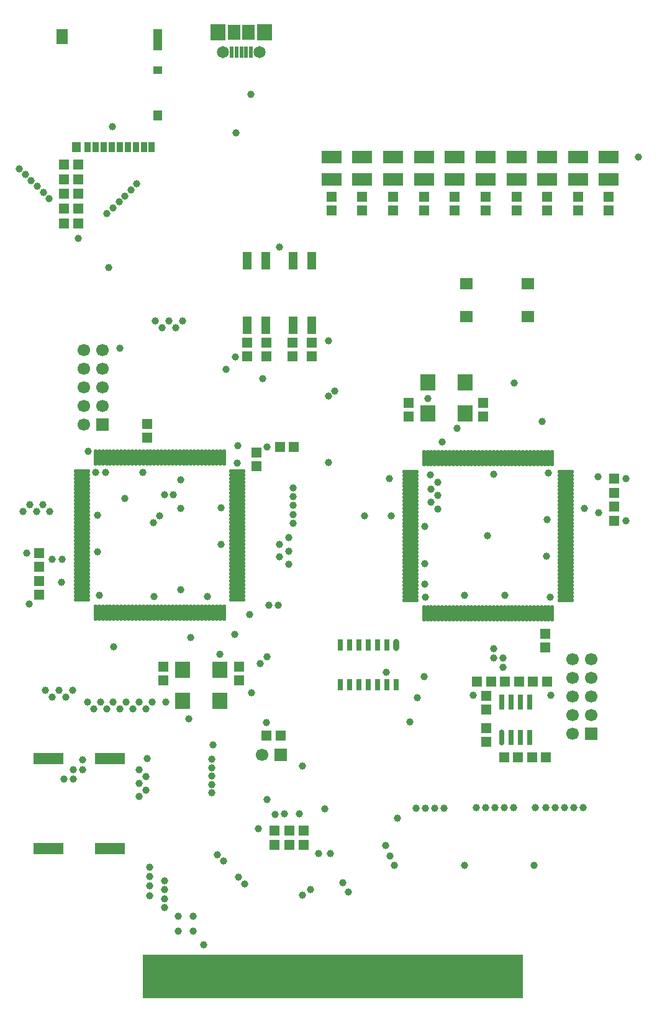
<source format=gts>
G04 Layer_Color=8388736*
%FSLAX44Y44*%
%MOMM*%
G71*
G01*
G75*
%ADD46C,1.7000*%
%ADD48C,1.6500*%
%ADD66R,51.8000X5.9750*%
%ADD67R,0.9000X4.4000*%
%ADD68R,0.9000X3.4000*%
%ADD69R,1.4000X1.3400*%
%ADD70R,1.3400X1.4000*%
%ADD71R,1.3000X2.4000*%
%ADD72R,4.1000X1.5000*%
%ADD73R,2.0000X2.2000*%
%ADD74R,0.8000X1.6500*%
%ADD75O,0.8000X1.6500*%
%ADD76R,1.8000X1.6000*%
%ADD77O,2.3000X0.5000*%
%ADD78O,0.5000X2.3000*%
%ADD79O,0.7500X2.1500*%
%ADD80R,0.7500X2.1500*%
%ADD81R,2.8000X1.7000*%
%ADD82R,0.6000X1.5500*%
%ADD83R,1.7000X2.1000*%
%ADD84R,1.2000X1.4000*%
%ADD85R,0.9000X1.4000*%
%ADD86R,1.2000X1.0000*%
%ADD87R,1.2000X3.0000*%
%ADD88R,1.5000X2.1000*%
%ADD89R,1.7000X1.7000*%
%ADD90R,1.7000X1.7000*%
%ADD91R,2.1000X2.2000*%
%ADD92R,2.0000X2.2000*%
%ADD93C,1.0000*%
D46*
X369600Y330000D02*
D03*
X126600Y882200D02*
D03*
X152000D02*
D03*
X126600Y856800D02*
D03*
X152000D02*
D03*
X126600Y831400D02*
D03*
X152000D02*
D03*
X126600Y806000D02*
D03*
X152000D02*
D03*
X126600Y780600D02*
D03*
X792600Y460400D02*
D03*
X818000D02*
D03*
X792600Y435000D02*
D03*
X818000D02*
D03*
X792600Y409600D02*
D03*
X818000D02*
D03*
X792600Y384200D02*
D03*
X818000D02*
D03*
X792600Y358800D02*
D03*
D48*
X366000Y1288500D02*
D03*
X316000D02*
D03*
D66*
X465500Y27375D02*
D03*
D67*
X475500Y35000D02*
D03*
X445500D02*
D03*
X455500D02*
D03*
X465500D02*
D03*
X485500D02*
D03*
X525500D02*
D03*
X545500D02*
D03*
X555500D02*
D03*
X695500D02*
D03*
X685500D02*
D03*
X675500D02*
D03*
X665500D02*
D03*
X655500D02*
D03*
X645500D02*
D03*
X565500D02*
D03*
X575500D02*
D03*
X585500D02*
D03*
X595500D02*
D03*
X605500D02*
D03*
X615500D02*
D03*
X625500D02*
D03*
X635500D02*
D03*
X715500D02*
D03*
X495500D02*
D03*
X515500D02*
D03*
X505500D02*
D03*
X415500D02*
D03*
X425500D02*
D03*
X435500D02*
D03*
X215500D02*
D03*
X225500D02*
D03*
X295500D02*
D03*
X265500D02*
D03*
X235500D02*
D03*
X285500D02*
D03*
X245500D02*
D03*
X255500D02*
D03*
X275500D02*
D03*
X305500D02*
D03*
X315500D02*
D03*
X355500D02*
D03*
X405500D02*
D03*
X365500D02*
D03*
X385500D02*
D03*
X375500D02*
D03*
X345500D02*
D03*
D68*
X535500Y40000D02*
D03*
X705500D02*
D03*
X395500D02*
D03*
D69*
X393500Y750000D02*
D03*
X412500D02*
D03*
X375500Y356000D02*
D03*
X394500D02*
D03*
X757500Y430000D02*
D03*
X738500D02*
D03*
X700500D02*
D03*
X719500D02*
D03*
X681500D02*
D03*
X662500D02*
D03*
X718500Y327000D02*
D03*
X699500D02*
D03*
X737500D02*
D03*
X756500D02*
D03*
X118500Y1115000D02*
D03*
X99500D02*
D03*
X118500Y1095000D02*
D03*
X99500D02*
D03*
X118500Y1075000D02*
D03*
X99500D02*
D03*
X118500Y1055000D02*
D03*
X99500D02*
D03*
X118500Y1135000D02*
D03*
X99500D02*
D03*
D70*
X362000Y723500D02*
D03*
Y742500D02*
D03*
X213000Y781500D02*
D03*
Y762500D02*
D03*
X755000Y476500D02*
D03*
Y495500D02*
D03*
X411000Y892500D02*
D03*
Y873500D02*
D03*
X437000Y892500D02*
D03*
Y873500D02*
D03*
X349000Y892500D02*
D03*
Y873500D02*
D03*
X375000Y892500D02*
D03*
Y873500D02*
D03*
X675000Y347500D02*
D03*
Y366500D02*
D03*
X65000Y567500D02*
D03*
Y548500D02*
D03*
Y586500D02*
D03*
Y605500D02*
D03*
X849000Y706500D02*
D03*
Y687500D02*
D03*
Y649500D02*
D03*
Y668500D02*
D03*
X675000Y391500D02*
D03*
Y410500D02*
D03*
X406250Y226500D02*
D03*
Y207500D02*
D03*
X386250Y226500D02*
D03*
Y207500D02*
D03*
X425750Y226500D02*
D03*
Y207500D02*
D03*
X338000Y431500D02*
D03*
Y450500D02*
D03*
X235000Y450500D02*
D03*
Y431500D02*
D03*
X569000Y810500D02*
D03*
Y791500D02*
D03*
X671000Y791500D02*
D03*
Y810500D02*
D03*
X800000Y1091500D02*
D03*
Y1072500D02*
D03*
X758000D02*
D03*
Y1091500D02*
D03*
X716000D02*
D03*
Y1072500D02*
D03*
X674000D02*
D03*
Y1091500D02*
D03*
X632000D02*
D03*
Y1072500D02*
D03*
X590000D02*
D03*
Y1091500D02*
D03*
X548000D02*
D03*
Y1072500D02*
D03*
X506000D02*
D03*
Y1091500D02*
D03*
X464000D02*
D03*
Y1072500D02*
D03*
X842000Y1091500D02*
D03*
Y1072500D02*
D03*
D71*
X348800Y1004000D02*
D03*
X374200D02*
D03*
Y916001D02*
D03*
X348800D02*
D03*
X411300D02*
D03*
X436700D02*
D03*
X436700Y1004000D02*
D03*
X411300D02*
D03*
D72*
X162000Y325000D02*
D03*
X78000D02*
D03*
Y202500D02*
D03*
X162000D02*
D03*
D73*
X311500Y404000D02*
D03*
Y446000D02*
D03*
X260700Y404000D02*
D03*
Y446000D02*
D03*
X595000Y838000D02*
D03*
Y796000D02*
D03*
X645800Y838000D02*
D03*
Y796000D02*
D03*
D74*
X475900Y425750D02*
D03*
X488600D02*
D03*
X501300D02*
D03*
X514000D02*
D03*
X526700D02*
D03*
X539400D02*
D03*
X552100D02*
D03*
X475900Y480250D02*
D03*
X488600D02*
D03*
X501300D02*
D03*
X514000D02*
D03*
X526700D02*
D03*
X539400D02*
D03*
D75*
X552100D02*
D03*
D76*
X648000Y972500D02*
D03*
Y927500D02*
D03*
X732000Y972500D02*
D03*
Y927500D02*
D03*
D77*
X783500Y716250D02*
D03*
Y711250D02*
D03*
Y706250D02*
D03*
Y701250D02*
D03*
Y696250D02*
D03*
Y691250D02*
D03*
Y686250D02*
D03*
Y681250D02*
D03*
Y676250D02*
D03*
Y671250D02*
D03*
Y666250D02*
D03*
Y661250D02*
D03*
Y656250D02*
D03*
Y651250D02*
D03*
Y646250D02*
D03*
Y641250D02*
D03*
Y636250D02*
D03*
Y631250D02*
D03*
Y626250D02*
D03*
Y621250D02*
D03*
Y616250D02*
D03*
Y611250D02*
D03*
Y606250D02*
D03*
Y601250D02*
D03*
Y596250D02*
D03*
Y591250D02*
D03*
Y586250D02*
D03*
Y581250D02*
D03*
Y576250D02*
D03*
Y571250D02*
D03*
Y566250D02*
D03*
Y561250D02*
D03*
Y556250D02*
D03*
Y551250D02*
D03*
Y546250D02*
D03*
Y541250D02*
D03*
X571500D02*
D03*
Y546250D02*
D03*
Y551250D02*
D03*
Y556250D02*
D03*
Y561250D02*
D03*
Y566250D02*
D03*
Y571250D02*
D03*
Y576250D02*
D03*
Y581250D02*
D03*
Y586250D02*
D03*
Y591250D02*
D03*
Y596250D02*
D03*
Y601250D02*
D03*
Y606250D02*
D03*
Y611250D02*
D03*
Y616250D02*
D03*
Y621250D02*
D03*
Y626250D02*
D03*
Y631250D02*
D03*
Y636250D02*
D03*
Y641250D02*
D03*
Y646250D02*
D03*
Y651250D02*
D03*
Y656250D02*
D03*
Y661250D02*
D03*
Y666250D02*
D03*
Y671250D02*
D03*
Y676250D02*
D03*
Y681250D02*
D03*
Y686250D02*
D03*
Y691250D02*
D03*
Y696250D02*
D03*
Y701250D02*
D03*
Y706250D02*
D03*
Y711250D02*
D03*
Y716250D02*
D03*
X123750Y542000D02*
D03*
Y547000D02*
D03*
Y552000D02*
D03*
Y557000D02*
D03*
Y562000D02*
D03*
Y567000D02*
D03*
Y572000D02*
D03*
Y577000D02*
D03*
Y582000D02*
D03*
Y587000D02*
D03*
Y592000D02*
D03*
Y597000D02*
D03*
Y602000D02*
D03*
Y607000D02*
D03*
Y612000D02*
D03*
Y617000D02*
D03*
Y622000D02*
D03*
Y627000D02*
D03*
Y632000D02*
D03*
Y637000D02*
D03*
Y642000D02*
D03*
Y647000D02*
D03*
Y652000D02*
D03*
Y657000D02*
D03*
Y662000D02*
D03*
Y667000D02*
D03*
Y672000D02*
D03*
Y677000D02*
D03*
Y682000D02*
D03*
Y687000D02*
D03*
Y692000D02*
D03*
Y697000D02*
D03*
Y702000D02*
D03*
Y707000D02*
D03*
Y712000D02*
D03*
Y717000D02*
D03*
X335750D02*
D03*
Y712000D02*
D03*
Y707000D02*
D03*
Y702000D02*
D03*
Y697000D02*
D03*
Y692000D02*
D03*
Y687000D02*
D03*
Y682000D02*
D03*
Y677000D02*
D03*
Y672000D02*
D03*
Y667000D02*
D03*
Y662000D02*
D03*
Y657000D02*
D03*
Y652000D02*
D03*
Y647000D02*
D03*
Y642000D02*
D03*
Y637000D02*
D03*
Y632000D02*
D03*
Y627000D02*
D03*
Y622000D02*
D03*
Y617000D02*
D03*
Y612000D02*
D03*
Y607000D02*
D03*
Y602000D02*
D03*
Y597000D02*
D03*
Y592000D02*
D03*
Y587000D02*
D03*
Y582000D02*
D03*
Y577000D02*
D03*
Y572000D02*
D03*
Y567000D02*
D03*
Y562000D02*
D03*
Y557000D02*
D03*
Y552000D02*
D03*
Y547000D02*
D03*
Y542000D02*
D03*
D78*
X765000Y522750D02*
D03*
X760000D02*
D03*
X755000D02*
D03*
X750000D02*
D03*
X745000D02*
D03*
X740000D02*
D03*
X735000D02*
D03*
X730000D02*
D03*
X725000D02*
D03*
X720000D02*
D03*
X715000D02*
D03*
X710000D02*
D03*
X705000D02*
D03*
X700000D02*
D03*
X695000D02*
D03*
X690000D02*
D03*
X685000D02*
D03*
X680000D02*
D03*
X675000D02*
D03*
X670000D02*
D03*
X665000D02*
D03*
X660000D02*
D03*
X655000D02*
D03*
X650000D02*
D03*
X645000D02*
D03*
X640000D02*
D03*
X635000D02*
D03*
X630000D02*
D03*
X625000D02*
D03*
X620000D02*
D03*
X615000D02*
D03*
X610000D02*
D03*
X605000D02*
D03*
X600000D02*
D03*
X595000D02*
D03*
X590000D02*
D03*
Y734750D02*
D03*
X595000D02*
D03*
X600000D02*
D03*
X605000D02*
D03*
X610000D02*
D03*
X615000D02*
D03*
X620000D02*
D03*
X625000D02*
D03*
X630000D02*
D03*
X635000D02*
D03*
X640000D02*
D03*
X645000D02*
D03*
X650000D02*
D03*
X655000D02*
D03*
X660000D02*
D03*
X665000D02*
D03*
X670000D02*
D03*
X675000D02*
D03*
X680000D02*
D03*
X685000D02*
D03*
X690000D02*
D03*
X695000D02*
D03*
X700000D02*
D03*
X705000D02*
D03*
X710000D02*
D03*
X715000D02*
D03*
X720000D02*
D03*
X725000D02*
D03*
X730000D02*
D03*
X735000D02*
D03*
X740000D02*
D03*
X745000D02*
D03*
X750000D02*
D03*
X755000D02*
D03*
X760000D02*
D03*
X765000D02*
D03*
X142250Y735500D02*
D03*
X147250D02*
D03*
X152250D02*
D03*
X157250D02*
D03*
X162250D02*
D03*
X167250D02*
D03*
X172250D02*
D03*
X177250D02*
D03*
X182250D02*
D03*
X187250D02*
D03*
X192250D02*
D03*
X197250D02*
D03*
X202250D02*
D03*
X207250D02*
D03*
X212250D02*
D03*
X217250D02*
D03*
X222250D02*
D03*
X227250D02*
D03*
X232250D02*
D03*
X237250D02*
D03*
X242250D02*
D03*
X247250D02*
D03*
X252250D02*
D03*
X257250D02*
D03*
X262250D02*
D03*
X267250D02*
D03*
X272250D02*
D03*
X277250D02*
D03*
X282250D02*
D03*
X287250D02*
D03*
X292250D02*
D03*
X297250D02*
D03*
X302250D02*
D03*
X307250D02*
D03*
X312250D02*
D03*
X317250D02*
D03*
Y523500D02*
D03*
X312250D02*
D03*
X307250D02*
D03*
X302250D02*
D03*
X297250D02*
D03*
X292250D02*
D03*
X287250D02*
D03*
X282250D02*
D03*
X277250D02*
D03*
X272250D02*
D03*
X267250D02*
D03*
X262250D02*
D03*
X257250D02*
D03*
X252250D02*
D03*
X247250D02*
D03*
X242250D02*
D03*
X237250D02*
D03*
X232250D02*
D03*
X227250D02*
D03*
X222250D02*
D03*
X217250D02*
D03*
X212250D02*
D03*
X207250D02*
D03*
X202250D02*
D03*
X197250D02*
D03*
X192250D02*
D03*
X187250D02*
D03*
X182250D02*
D03*
X177250D02*
D03*
X172250D02*
D03*
X167250D02*
D03*
X162250D02*
D03*
X157250D02*
D03*
X152250D02*
D03*
X147250D02*
D03*
X142250D02*
D03*
D79*
X696000Y354000D02*
D03*
D80*
X708700D02*
D03*
X721400D02*
D03*
X734100D02*
D03*
X696000Y402000D02*
D03*
X708700D02*
D03*
X721400D02*
D03*
X734100D02*
D03*
D81*
X464000Y1115000D02*
D03*
Y1145000D02*
D03*
X506000D02*
D03*
Y1115000D02*
D03*
X548000D02*
D03*
Y1145000D02*
D03*
X590000D02*
D03*
Y1115000D02*
D03*
X632000D02*
D03*
Y1145000D02*
D03*
X674000D02*
D03*
Y1115000D02*
D03*
X716000D02*
D03*
Y1145000D02*
D03*
X758000D02*
D03*
Y1115000D02*
D03*
X800000D02*
D03*
Y1145000D02*
D03*
X842000D02*
D03*
Y1115000D02*
D03*
D82*
X328000Y1288500D02*
D03*
X334500D02*
D03*
X341000D02*
D03*
X347500D02*
D03*
X354000D02*
D03*
D83*
X331000Y1315375D02*
D03*
X351000D02*
D03*
D84*
X227250Y1202000D02*
D03*
X116250Y1159000D02*
D03*
D85*
X131750D02*
D03*
X142750D02*
D03*
X153750D02*
D03*
X164750D02*
D03*
X175750D02*
D03*
X186750D02*
D03*
X197750D02*
D03*
X208750D02*
D03*
X218250D02*
D03*
D86*
X227250Y1264000D02*
D03*
D87*
Y1305500D02*
D03*
D88*
X97000Y1310000D02*
D03*
D89*
X395000Y330000D02*
D03*
D90*
X152000Y780600D02*
D03*
X818000Y358800D02*
D03*
D91*
X309030Y1315250D02*
D03*
D92*
X372970D02*
D03*
D93*
X827000Y709000D02*
D03*
X392750Y1022750D02*
D03*
X376000Y750000D02*
D03*
X544000Y192000D02*
D03*
X468763Y826500D02*
D03*
X236500Y685000D02*
D03*
X248000D02*
D03*
X460000Y819000D02*
D03*
X375500Y374000D02*
D03*
X375750Y269250D02*
D03*
X742000Y258000D02*
D03*
X182000Y680000D02*
D03*
X460000Y729000D02*
D03*
X828000Y660000D02*
D03*
X809000Y666000D02*
D03*
X175000Y885000D02*
D03*
X160000Y994500D02*
D03*
X83000Y597000D02*
D03*
X97000D02*
D03*
X255000Y90000D02*
D03*
X275000D02*
D03*
Y110000D02*
D03*
X255000D02*
D03*
X216000Y164000D02*
D03*
Y151000D02*
D03*
Y138000D02*
D03*
Y177000D02*
D03*
X378500Y534000D02*
D03*
X539000Y443000D02*
D03*
X238000Y402000D02*
D03*
X455000Y256000D02*
D03*
X364000Y229000D02*
D03*
X312000Y467000D02*
D03*
X595000Y816000D02*
D03*
X713000Y837000D02*
D03*
X213000Y325000D02*
D03*
X269000Y379000D02*
D03*
X355000Y415000D02*
D03*
X571000Y375000D02*
D03*
X538000Y206000D02*
D03*
X424000Y315000D02*
D03*
X302000Y344000D02*
D03*
X592300Y257000D02*
D03*
X579600D02*
D03*
X400000Y250000D02*
D03*
X387000Y249000D02*
D03*
X236000Y146000D02*
D03*
Y158000D02*
D03*
Y122000D02*
D03*
Y134000D02*
D03*
X317000Y185000D02*
D03*
X308000Y194000D02*
D03*
X479000Y156000D02*
D03*
X487000Y143000D02*
D03*
X434999Y146000D02*
D03*
X424000Y139000D02*
D03*
X420000Y250000D02*
D03*
X446000Y195000D02*
D03*
X462000D02*
D03*
X336808Y163192D02*
D03*
X346000Y154000D02*
D03*
X617700Y257000D02*
D03*
X581000Y408000D02*
D03*
X590000Y437000D02*
D03*
X645000Y179000D02*
D03*
X354000Y1231000D02*
D03*
X635000Y775000D02*
D03*
X290000Y71000D02*
D03*
X550000Y179000D02*
D03*
X740000D02*
D03*
X882000Y1145000D02*
D03*
X52000Y536000D02*
D03*
X755900Y258000D02*
D03*
X781300D02*
D03*
X794000D02*
D03*
X806700D02*
D03*
X768600D02*
D03*
X685000Y462000D02*
D03*
X698000Y449000D02*
D03*
X685000Y475000D02*
D03*
X698000Y462000D02*
D03*
X699500Y258000D02*
D03*
X686800D02*
D03*
X661400D02*
D03*
X674100D02*
D03*
X712200D02*
D03*
X48000Y605000D02*
D03*
X375778Y463778D02*
D03*
X366996Y454500D02*
D03*
X131076Y401839D02*
D03*
X139915Y393000D02*
D03*
X148753Y401839D02*
D03*
X157592Y393000D02*
D03*
X166431Y401839D02*
D03*
X175270Y393000D02*
D03*
X184109Y401839D02*
D03*
X192948Y393000D02*
D03*
X201786Y401839D02*
D03*
X210625Y393000D02*
D03*
X219464Y401839D02*
D03*
X202000Y273000D02*
D03*
X99000Y297000D02*
D03*
X74000Y418000D02*
D03*
X301000Y278000D02*
D03*
X112000Y297000D02*
D03*
X83192Y408808D02*
D03*
X211192Y282192D02*
D03*
X301000Y289500D02*
D03*
X112000Y310000D02*
D03*
X92385Y418000D02*
D03*
X202000Y291385D02*
D03*
X301000Y301000D02*
D03*
X125000Y310000D02*
D03*
X211192Y300577D02*
D03*
X101577Y408808D02*
D03*
X301000Y312500D02*
D03*
X125000Y323000D02*
D03*
X110770Y418000D02*
D03*
X202000Y309770D02*
D03*
X301000Y324000D02*
D03*
X412000Y646000D02*
D03*
Y658000D02*
D03*
Y670000D02*
D03*
Y682000D02*
D03*
Y694000D02*
D03*
X406000Y589586D02*
D03*
Y607971D02*
D03*
X393000Y599750D02*
D03*
Y617163D02*
D03*
X406000Y626355D02*
D03*
X391000Y534000D02*
D03*
X865500Y706500D02*
D03*
X865500Y649500D02*
D03*
X605000Y257000D02*
D03*
X609000Y702000D02*
D03*
X599808Y692808D02*
D03*
X609000Y683615D02*
D03*
X599808Y674423D02*
D03*
X609000Y665230D02*
D03*
X147500Y547500D02*
D03*
X222250Y545750D02*
D03*
X313000Y617000D02*
D03*
X335750Y727750D02*
D03*
X258000Y705000D02*
D03*
X207000Y715000D02*
D03*
X145000Y657000D02*
D03*
Y607000D02*
D03*
X156000Y715000D02*
D03*
X645000Y548000D02*
D03*
X700000D02*
D03*
X762000Y545000D02*
D03*
X757000Y601000D02*
D03*
X758000Y651000D02*
D03*
X760000Y714000D02*
D03*
X685000Y713000D02*
D03*
X599000Y712000D02*
D03*
X591000Y642000D02*
D03*
X591000Y591000D02*
D03*
Y563000D02*
D03*
X591999Y544999D02*
D03*
X43230Y662000D02*
D03*
X52423Y671192D02*
D03*
X61615Y662000D02*
D03*
X70808Y671192D02*
D03*
X80000Y662000D02*
D03*
X223865Y922000D02*
D03*
X233057Y912808D02*
D03*
X242250Y922000D02*
D03*
X251442Y912808D02*
D03*
X554000Y244000D02*
D03*
X657000Y411000D02*
D03*
X763000D02*
D03*
X332000Y494000D02*
D03*
X751000Y785000D02*
D03*
X677000Y629000D02*
D03*
X615000Y757000D02*
D03*
X543000Y707000D02*
D03*
X509000Y656000D02*
D03*
X545000D02*
D03*
X295000Y546000D02*
D03*
X272000Y490000D02*
D03*
X167250Y477250D02*
D03*
X142000Y715000D02*
D03*
X260635Y922000D02*
D03*
X258000Y666000D02*
D03*
X333000Y873000D02*
D03*
X320000Y856000D02*
D03*
X334000Y1178000D02*
D03*
X79000Y1089000D02*
D03*
X70868Y1097132D02*
D03*
X62737Y1105264D02*
D03*
X54605Y1113395D02*
D03*
X46473Y1121527D02*
D03*
X38341Y1129659D02*
D03*
X460000Y895000D02*
D03*
X96000Y565000D02*
D03*
X313000Y667000D02*
D03*
X258000Y555000D02*
D03*
X220808Y646808D02*
D03*
X230000Y656000D02*
D03*
X352000Y521000D02*
D03*
X132000Y744000D02*
D03*
X336000Y752000D02*
D03*
X370000Y843000D02*
D03*
X158000Y1068000D02*
D03*
X166132Y1076132D02*
D03*
X174263Y1084264D02*
D03*
X198659Y1108659D02*
D03*
X190527Y1100527D02*
D03*
X182395Y1092395D02*
D03*
X118500Y1034500D02*
D03*
X165000Y1187000D02*
D03*
M02*

</source>
